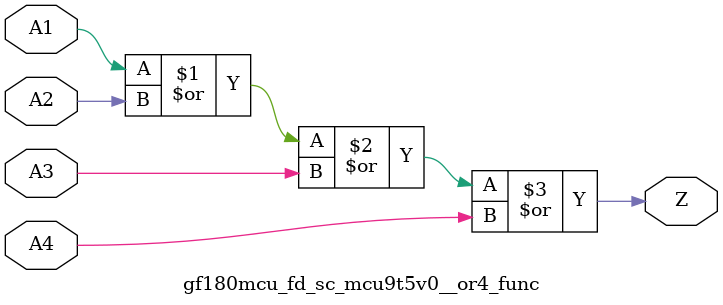
<source format=v>

`ifndef GF180MCU_FD_SC_MCU9T5V0__OR4_V
`define GF180MCU_FD_SC_MCU9T5V0__OR4_V

`include "../udp/udp_primitives.v"

`ifdef USE_POWER_PINS
module gf180mcu_fd_sc_mcu9t5v0__or4_func( A1, A2, A3, A4, Z, VDD, VSS );
inout VDD, VSS;
`else // If not USE_POWER_PINS
module gf180mcu_fd_sc_mcu9t5v0__or4_func( A1, A2, A3, A4, Z );
`endif // If not USE_POWER_PINS
input A1, A2, A3, A4;
output Z;

	or MGM_BG_0( Z, A1, A2, A3, A4 );

endmodule
`endif // GF180MCU_FD_SC_MCU9T5V0__OR4_V

</source>
